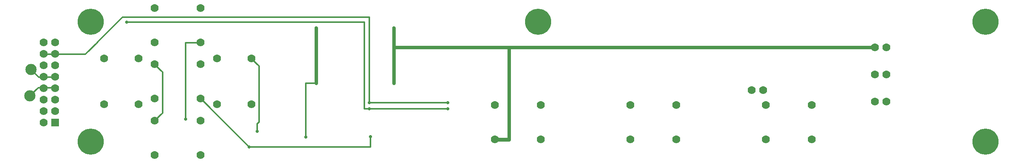
<source format=gbl>
*%FSLAX23Y23*%
*%MOIN*%
G01*
%ADD11C,0.006*%
%ADD12C,0.007*%
%ADD13C,0.008*%
%ADD14C,0.008*%
%ADD15C,0.010*%
%ADD16C,0.010*%
%ADD17C,0.012*%
%ADD18C,0.012*%
%ADD19C,0.028*%
%ADD20C,0.030*%
%ADD21C,0.030*%
%ADD22C,0.032*%
%ADD23C,0.039*%
%ADD24C,0.039*%
%ADD25C,0.059*%
%ADD26C,0.059*%
%ADD27C,0.070*%
%ADD28C,0.074*%
%ADD29O,0.076X0.024*%
%ADD30O,0.080X0.028*%
%ADD31C,0.098*%
%ADD32C,0.102*%
%ADD33C,0.125*%
%ADD34C,0.145*%
%ADD35C,0.228*%
%ADD36C,0.232*%
%ADD37R,0.036X0.036*%
%ADD38R,0.040X0.040*%
%ADD39R,0.050X0.036*%
%ADD40R,0.054X0.040*%
%ADD41R,0.055X0.064*%
%ADD42R,0.059X0.068*%
%ADD43R,0.060X0.100*%
%ADD44R,0.064X0.055*%
%ADD45R,0.064X0.104*%
%ADD46R,0.068X0.059*%
%ADD47R,0.070X0.070*%
%ADD48R,0.074X0.074*%
%ADD49R,0.076X0.024*%
%ADD50R,0.080X0.028*%
%ADD51R,0.100X0.060*%
%ADD52R,0.104X0.064*%
D17*
X7339Y7754D02*
X7524Y7568D01*
X7661Y7431D01*
X7661D02*
X8697D01*
X8685D02*
X8717D01*
X8709Y7817D02*
X9390D01*
X9012Y7765D02*
X8709D01*
X9012D02*
X9390D01*
X8709D02*
X8665D01*
X5945Y7946D02*
X5823D01*
X8154Y7986D02*
X8244D01*
X5961Y8041D02*
X5827D01*
X7106Y8340D02*
X7240D01*
X8618Y8565D02*
X8709D01*
X8665Y8521D02*
X6598D01*
X5819Y8049D02*
X5760Y8108D01*
X5819Y8049D02*
X5827Y8041D01*
X5823Y7946D02*
X5752Y7876D01*
X6906Y7765D02*
Y8084D01*
Y7789D02*
Y7726D01*
Y8084D02*
X6839Y8151D01*
X6906Y7726D02*
X6839Y7659D01*
X7106Y7675D02*
Y7848D01*
Y8340D01*
X7240Y7852D02*
X7339Y7754D01*
X8154Y7706D02*
Y7517D01*
Y7706D02*
Y7986D01*
X8709Y7817D02*
Y8565D01*
X8665Y8521D02*
Y7765D01*
X8717Y7521D02*
Y7431D01*
D18*
X6559Y8565D02*
X6339Y8344D01*
X6235Y8240D02*
X5865D01*
X6597Y8521D02*
X8665D01*
X8709Y8565D02*
X6559D01*
X6245Y8250D02*
X6235Y8240D01*
X6245Y8250D02*
X6340Y8345D01*
X6595Y8520D02*
X6600Y8525D01*
X7732Y7632D02*
Y7569D01*
X7746Y7646D02*
Y8137D01*
X7682Y8201D01*
X7746Y7646D02*
X7732Y7632D01*
X8665Y8402D02*
Y8521D01*
X8709Y8565D02*
Y8439D01*
D19*
X9390Y7817D02*
D03*
Y7765D02*
D03*
X8921Y7986D02*
D03*
Y8470D02*
D03*
X8709Y7817D02*
D03*
Y7765D02*
D03*
X8717Y7521D02*
D03*
X8244Y7986D02*
D03*
Y8470D02*
D03*
X8154Y7517D02*
D03*
X7732Y7568D02*
D03*
X7661Y7431D02*
D03*
X7106Y7675D02*
D03*
X6595Y8520D02*
D03*
D20*
X9803Y7494D02*
X9925D01*
X8244Y7986D02*
Y8470D01*
X8921D02*
Y7986D01*
D21*
X9799Y7498D02*
X9925D01*
Y8301D02*
X10146D01*
X8921D02*
X13110D01*
X8921D02*
Y8470D01*
Y8293D01*
X9925Y8301D02*
Y7498D01*
D27*
X13111Y8301D02*
D03*
X13211D02*
D03*
X13111Y8065D02*
D03*
X13211D02*
D03*
X13111Y7828D02*
D03*
X13211D02*
D03*
X12562Y7797D02*
D03*
Y7497D02*
D03*
X12162Y7797D02*
D03*
Y7497D02*
D03*
X12037Y7927D02*
D03*
X12137D02*
D03*
X10200Y7797D02*
D03*
Y7497D02*
D03*
X9800Y7797D02*
D03*
Y7497D02*
D03*
X11381Y7797D02*
D03*
Y7497D02*
D03*
X10981Y7797D02*
D03*
Y7497D02*
D03*
X7382Y8202D02*
D03*
X7682D02*
D03*
X7382Y7802D02*
D03*
X7682D02*
D03*
X7239Y8644D02*
D03*
Y8344D02*
D03*
X6839Y8644D02*
D03*
Y8344D02*
D03*
Y7359D02*
D03*
Y7659D02*
D03*
X7239Y7359D02*
D03*
Y7659D02*
D03*
Y8152D02*
D03*
Y7852D02*
D03*
X6839Y8152D02*
D03*
Y7852D02*
D03*
X6697Y7802D02*
D03*
X6397D02*
D03*
X6697Y8202D02*
D03*
X6397D02*
D03*
X5872Y8343D02*
D03*
X5972D02*
D03*
X5872Y8243D02*
D03*
X5972D02*
D03*
X5872Y8143D02*
D03*
X5972D02*
D03*
X5872Y8043D02*
D03*
X5972D02*
D03*
X5872Y7943D02*
D03*
X5972D02*
D03*
X5872Y7843D02*
D03*
X5972D02*
D03*
X5872Y7743D02*
D03*
X5972Y7743D02*
D03*
X5872Y7643D02*
D03*
D31*
X5752Y7876D02*
D03*
X5760Y8108D02*
D03*
D35*
X14075Y8525D02*
D03*
Y7478D02*
D03*
X10177Y8525D02*
D03*
X6280D02*
D03*
Y7478D02*
D03*
D47*
X5972Y7643D02*
D03*
M02*

</source>
